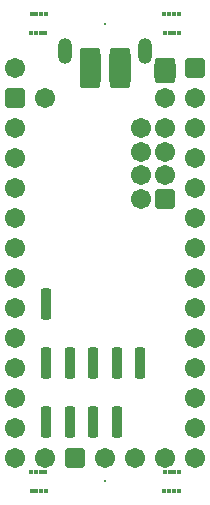
<source format=gbs>
%FSTAX23Y23*%
%MOIN*%
%SFA1B1*%

%IPPOS*%
%AMD47*
4,1,8,0.033500,-0.022100,0.033500,0.022100,0.022100,0.033500,-0.022100,0.033500,-0.033500,0.022100,-0.033500,-0.022100,-0.022100,-0.033500,0.022100,-0.033500,0.033500,-0.022100,0.0*
1,1,0.022760,0.022100,-0.022100*
1,1,0.022760,0.022100,0.022100*
1,1,0.022760,-0.022100,0.022100*
1,1,0.022760,-0.022100,-0.022100*
%
%AMD48*
4,1,8,0.022100,0.033500,-0.022100,0.033500,-0.033500,0.022100,-0.033500,-0.022100,-0.022100,-0.033500,0.022100,-0.033500,0.033500,-0.022100,0.033500,0.022100,0.022100,0.033500,0.0*
1,1,0.022760,0.022100,0.022100*
1,1,0.022760,-0.022100,0.022100*
1,1,0.022760,-0.022100,-0.022100*
1,1,0.022760,0.022100,-0.022100*
%
%AMD71*
4,1,8,-0.025600,-0.019700,0.025600,-0.019700,0.033500,-0.011800,0.033500,0.011800,0.025600,0.019700,-0.025600,0.019700,-0.033500,0.011800,-0.033500,-0.011800,-0.025600,-0.019700,0.0*
1,1,0.015880,-0.025600,-0.011800*
1,1,0.015880,0.025600,-0.011800*
1,1,0.015880,0.025600,0.011800*
1,1,0.015880,-0.025600,0.011800*
%
%AMD72*
4,1,8,-0.024600,-0.023700,0.024600,-0.023700,0.033500,-0.014800,0.033500,0.014800,0.024600,0.023700,-0.024600,0.023700,-0.033500,0.014800,-0.033500,-0.014800,-0.024600,-0.023700,0.0*
1,1,0.017840,-0.024600,-0.014800*
1,1,0.017840,0.024600,-0.014800*
1,1,0.017840,0.024600,0.014800*
1,1,0.017840,-0.024600,0.014800*
%
%AMD73*
4,1,8,-0.017800,0.042300,-0.017800,-0.042300,-0.006900,-0.053200,0.006900,-0.053200,0.017800,-0.042300,0.017800,0.042300,0.006900,0.053200,-0.006900,0.053200,-0.017800,0.042300,0.0*
1,1,0.021780,-0.006900,0.042300*
1,1,0.021780,-0.006900,-0.042300*
1,1,0.021780,0.006900,-0.042300*
1,1,0.021780,0.006900,0.042300*
%
%ADD45C,0.008000*%
%ADD46C,0.067060*%
G04~CAMADD=47~8~0.0~0.0~670.6~670.6~113.8~0.0~15~0.0~0.0~0.0~0.0~0~0.0~0.0~0.0~0.0~0~0.0~0.0~0.0~270.0~670.0~670.0*
%ADD47D47*%
G04~CAMADD=48~8~0.0~0.0~670.6~670.6~113.8~0.0~15~0.0~0.0~0.0~0.0~0~0.0~0.0~0.0~0.0~0~0.0~0.0~0.0~0.0~670.6~670.6*
%ADD48D48*%
%ADD49O,0.047370X0.086740*%
%ADD50C,0.015870*%
G04~CAMADD=71~8~0.0~0.0~670.6~395.0~79.4~0.0~15~0.0~0.0~0.0~0.0~0~0.0~0.0~0.0~0.0~0~0.0~0.0~0.0~180.0~670.0~394.0*
%ADD71D71*%
G04~CAMADD=72~8~0.0~0.0~670.6~473.7~89.2~0.0~15~0.0~0.0~0.0~0.0~0~0.0~0.0~0.0~0.0~0~0.0~0.0~0.0~180.0~671.0~474.0*
%ADD72D72*%
G04~CAMADD=73~8~0.0~0.0~1064.2~355.6~108.9~0.0~15~0.0~0.0~0.0~0.0~0~0.0~0.0~0.0~0.0~0~0.0~0.0~0.0~90.0~356.0~1064.0*
%ADD73D73*%
%LNcs_ranka-1*%
%LPD*%
G36*
X00254Y01385D02*
Y01291D01*
X00325*
Y01385*
X00254*
G37*
G36*
X00353D02*
Y01291D01*
X00424*
Y01385*
X00353*
G37*
G36*
X00574Y01305D02*
Y01352D01*
X00503*
Y01305*
X00574*
G37*
G54D45*
X00338Y-00037D03*
Y01484D03*
G54D46*
X00039Y01039D03*
Y00439D03*
Y00039D03*
Y00139D03*
Y00239D03*
Y00639D03*
Y00539D03*
Y00939D03*
Y00839D03*
Y01339D03*
Y00339D03*
Y00739D03*
Y01139D03*
X00639Y01039D03*
Y00439D03*
Y00039D03*
Y00139D03*
Y00239D03*
Y00639D03*
Y00539D03*
Y00939D03*
Y00839D03*
Y01239D03*
Y00339D03*
Y00739D03*
Y01139D03*
X00539D03*
X00439Y00039D03*
X00539D03*
X00139D03*
X00339D03*
X0046Y00903D03*
Y00981D03*
Y0106D03*
Y01139D03*
X00539Y0106D03*
Y00981D03*
Y01239D03*
X00139D03*
G54D47*
X00039Y01239D03*
X00639Y01339D03*
X00539Y00903D03*
G54D48*
X00239Y00039D03*
G54D49*
X00473Y01394D03*
X00205D03*
G54D50*
X00092Y-00009D03*
X00108D03*
X00124D03*
X00139D03*
X00141Y-0007D03*
X00125D03*
X0011D03*
X00094D03*
X00584D03*
X00568D03*
X00553D03*
X00537D03*
X00539Y-00009D03*
X00555D03*
X0057D03*
X00586D03*
Y01456D03*
X0057D03*
X00555D03*
X00539D03*
X00537Y01517D03*
X00553D03*
X00568D03*
X00584D03*
X00094D03*
X0011D03*
X00125D03*
X00141D03*
X00139Y01456D03*
X00124D03*
X00108D03*
X00092D03*
G54D71*
X0029Y01291D03*
Y01385D03*
X00388D03*
X00539Y01351D03*
Y01307D03*
X00388Y01291D03*
G54D72*
X0029Y01338D03*
X00388D03*
G54D73*
X00142Y00551D03*
X003Y00157D03*
X00378D03*
X00142D03*
X00221D03*
X00142Y00354D03*
X00221D03*
X00378D03*
X003D03*
X00457D03*
M02*
</source>
